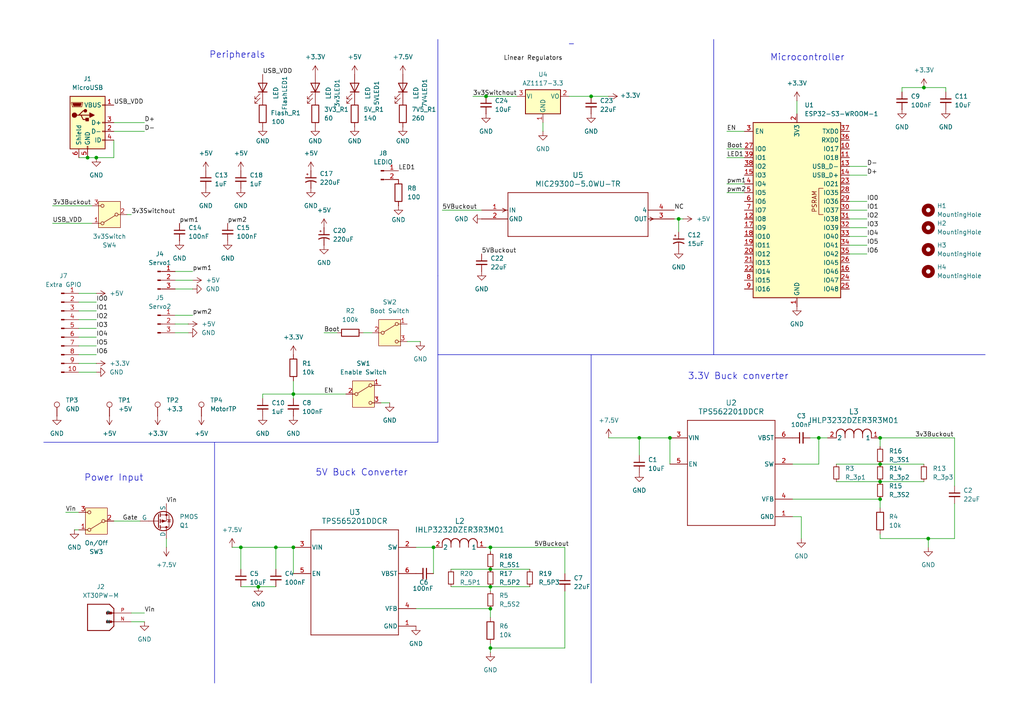
<source format=kicad_sch>
(kicad_sch (version 20231120) (generator "eeschema") (generator_version "8.0")
  (paper "A4")
  (junction (at 140.97 27.94))
  (junction (at 80.01 158.75))
  (junction (at 269.24 156.21))
  (junction (at 142.24 158.75))
  (junction (at 255.27 139.7))
  (junction (at 142.24 176.53))
  (junction (at 237.49 127))
  (junction (at 74.93 170.18))
  (junction (at 142.24 187.96))
  (junction (at 69.85 158.75))
  (junction (at 267.97 25.4))
  (junction (at 194.31 127))
  (junction (at 125.73 158.75))
  (junction (at 85.09 114.3))
  (junction (at 142.24 170.18))
  (junction (at 185.42 127))
  (junction (at 255.27 127))
  (junction (at 25.4 45.72))
  (junction (at 27.94 45.72))
  (junction (at 255.27 144.78))
  (junction (at 142.24 165.1))
  (junction (at 171.45 27.94))
  (junction (at 85.09 158.75))
  (junction (at 196.85 63.5))
  (junction (at 255.27 134.62))
  (wire (pts (xy 142.24 176.53) (xy 142.24 179.07)))
  (polyline (pts (xy 127 80.01) (xy 127 11.43)))
  (wire (pts (xy 130.81 165.1) (xy 142.24 165.1)))
  (wire (pts (xy 76.2 114.3) (xy 85.09 114.3)))
  (wire (pts (xy 19.05 148.59) (xy 22.86 148.59)))
  (polyline (pts (xy 165.1 12.7) (xy 166.37 12.7)))
  (wire (pts (xy 22.86 85.09) (xy 27.94 85.09)))
  (wire (pts (xy 142.24 160.02) (xy 142.24 158.75)))
  (wire (pts (xy 27.94 45.72) (xy 33.02 45.72)))
  (wire (pts (xy 22.86 100.33) (xy 27.94 100.33)))
  (wire (pts (xy 237.49 127) (xy 234.95 127)))
  (wire (pts (xy 231.14 29.21) (xy 231.14 33.02)))
  (wire (pts (xy 142.24 187.96) (xy 142.24 186.69)))
  (wire (pts (xy 246.38 68.58) (xy 251.46 68.58)))
  (polyline (pts (xy 12.7 128.27) (xy 12.7 128.27)))
  (polyline (pts (xy 62.23 128.27) (xy 62.23 198.12)))
  (wire (pts (xy 229.87 149.86) (xy 232.41 149.86)))
  (wire (pts (xy 50.8 93.98) (xy 54.61 93.98)))
  (wire (pts (xy 22.86 45.72) (xy 25.4 45.72)))
  (wire (pts (xy 163.83 171.45) (xy 163.83 187.96)))
  (wire (pts (xy 50.8 78.74) (xy 55.88 78.74)))
  (wire (pts (xy 50.8 83.82) (xy 55.88 83.82)))
  (wire (pts (xy 142.24 158.75) (xy 163.83 158.75)))
  (wire (pts (xy 15.24 64.77) (xy 26.67 64.77)))
  (wire (pts (xy 67.31 158.75) (xy 69.85 158.75)))
  (wire (pts (xy 246.38 60.96) (xy 251.46 60.96)))
  (polyline (pts (xy 207.01 11.43) (xy 207.01 102.87)))
  (wire (pts (xy 255.27 156.21) (xy 255.27 154.94)))
  (wire (pts (xy 15.24 59.69) (xy 26.67 59.69)))
  (polyline (pts (xy 127 102.87) (xy 285.75 102.87)))
  (wire (pts (xy 255.27 156.21) (xy 269.24 156.21)))
  (wire (pts (xy 142.24 170.18) (xy 153.67 170.18)))
  (wire (pts (xy 80.01 158.75) (xy 85.09 158.75)))
  (wire (pts (xy 242.57 139.7) (xy 255.27 139.7)))
  (wire (pts (xy 50.8 81.28) (xy 55.88 81.28)))
  (wire (pts (xy 22.86 87.63) (xy 27.94 87.63)))
  (wire (pts (xy 261.62 25.4) (xy 267.97 25.4)))
  (wire (pts (xy 196.85 67.31) (xy 196.85 63.5)))
  (wire (pts (xy 38.1 177.8) (xy 41.91 177.8)))
  (wire (pts (xy 274.32 26.67) (xy 274.32 25.4)))
  (wire (pts (xy 171.45 27.94) (xy 165.1 27.94)))
  (wire (pts (xy 22.86 92.71) (xy 27.94 92.71)))
  (wire (pts (xy 157.48 35.56) (xy 157.48 38.1)))
  (wire (pts (xy 120.65 158.75) (xy 125.73 158.75)))
  (polyline (pts (xy 127 128.27) (xy 12.7 128.27)))
  (wire (pts (xy 210.82 53.34) (xy 215.9 53.34)))
  (wire (pts (xy 142.24 170.18) (xy 142.24 171.45)))
  (wire (pts (xy 246.38 66.04) (xy 251.46 66.04)))
  (wire (pts (xy 22.86 97.79) (xy 27.94 97.79)))
  (wire (pts (xy 210.82 38.1) (xy 215.9 38.1)))
  (polyline (pts (xy 127 80.01) (xy 127 128.27)))
  (wire (pts (xy 118.11 99.06) (xy 121.92 99.06)))
  (wire (pts (xy 125.73 158.75) (xy 125.73 166.37)))
  (wire (pts (xy 85.09 110.49) (xy 85.09 114.3)))
  (wire (pts (xy 48.26 156.21) (xy 48.26 158.75)))
  (wire (pts (xy 246.38 58.42) (xy 251.46 58.42)))
  (wire (pts (xy 255.27 134.62) (xy 267.97 134.62)))
  (polyline (pts (xy 171.45 102.87) (xy 171.45 198.12)))
  (wire (pts (xy 22.86 95.25) (xy 27.94 95.25)))
  (wire (pts (xy 176.53 127) (xy 185.42 127)))
  (wire (pts (xy 110.49 116.84) (xy 113.03 116.84)))
  (wire (pts (xy 22.86 107.95) (xy 27.94 107.95)))
  (wire (pts (xy 176.53 27.94) (xy 171.45 27.94)))
  (wire (pts (xy 85.09 114.3) (xy 100.33 114.3)))
  (wire (pts (xy 140.97 27.94) (xy 149.86 27.94)))
  (wire (pts (xy 255.27 127) (xy 276.86 127)))
  (wire (pts (xy 194.31 127) (xy 194.31 134.62)))
  (wire (pts (xy 69.85 170.18) (xy 74.93 170.18)))
  (wire (pts (xy 22.86 102.87) (xy 27.94 102.87)))
  (wire (pts (xy 232.41 149.86) (xy 232.41 156.21)))
  (wire (pts (xy 142.24 165.1) (xy 153.67 165.1)))
  (wire (pts (xy 163.83 158.75) (xy 163.83 166.37)))
  (wire (pts (xy 237.49 127) (xy 240.03 127)))
  (wire (pts (xy 50.8 91.44) (xy 55.88 91.44)))
  (wire (pts (xy 38.1 180.34) (xy 41.91 180.34)))
  (wire (pts (xy 276.86 140.97) (xy 276.86 127)))
  (wire (pts (xy 185.42 127) (xy 194.31 127)))
  (wire (pts (xy 210.82 45.72) (xy 215.9 45.72)))
  (wire (pts (xy 255.27 139.7) (xy 267.97 139.7)))
  (wire (pts (xy 261.62 25.4) (xy 261.62 26.67)))
  (wire (pts (xy 74.93 170.18) (xy 80.01 170.18)))
  (wire (pts (xy 229.87 134.62) (xy 237.49 134.62)))
  (wire (pts (xy 137.16 27.94) (xy 140.97 27.94)))
  (wire (pts (xy 33.02 38.1) (xy 41.91 38.1)))
  (wire (pts (xy 130.81 170.18) (xy 142.24 170.18)))
  (wire (pts (xy 85.09 114.3) (xy 85.09 115.57)))
  (wire (pts (xy 142.24 189.23) (xy 142.24 187.96)))
  (wire (pts (xy 276.86 156.21) (xy 276.86 146.05)))
  (wire (pts (xy 246.38 50.8) (xy 251.46 50.8)))
  (wire (pts (xy 33.02 151.13) (xy 40.64 151.13)))
  (wire (pts (xy 269.24 156.21) (xy 276.86 156.21)))
  (wire (pts (xy 210.82 43.18) (xy 215.9 43.18)))
  (wire (pts (xy 120.65 176.53) (xy 142.24 176.53)))
  (wire (pts (xy 85.09 158.75) (xy 85.09 166.37)))
  (wire (pts (xy 246.38 63.5) (xy 251.46 63.5)))
  (wire (pts (xy 22.86 90.17) (xy 27.94 90.17)))
  (wire (pts (xy 229.87 144.78) (xy 255.27 144.78)))
  (wire (pts (xy 255.27 144.78) (xy 255.27 147.32)))
  (wire (pts (xy 80.01 158.75) (xy 80.01 165.1)))
  (wire (pts (xy 196.85 63.5) (xy 195.58 63.5)))
  (wire (pts (xy 269.24 156.21) (xy 269.24 158.75)))
  (wire (pts (xy 22.86 105.41) (xy 27.94 105.41)))
  (wire (pts (xy 185.42 127) (xy 185.42 132.08)))
  (wire (pts (xy 93.98 96.52) (xy 97.79 96.52)))
  (wire (pts (xy 50.8 96.52) (xy 54.61 96.52)))
  (wire (pts (xy 163.83 187.96) (xy 142.24 187.96)))
  (wire (pts (xy 128.27 60.96) (xy 139.7 60.96)))
  (wire (pts (xy 246.38 71.12) (xy 251.46 71.12)))
  (wire (pts (xy 274.32 25.4) (xy 267.97 25.4)))
  (wire (pts (xy 105.41 96.52) (xy 107.95 96.52)))
  (wire (pts (xy 76.2 114.3) (xy 76.2 115.57)))
  (wire (pts (xy 33.02 40.64) (xy 33.02 45.72)))
  (wire (pts (xy 36.83 62.23) (xy 38.1 62.23)))
  (wire (pts (xy 33.02 35.56) (xy 41.91 35.56)))
  (wire (pts (xy 242.57 134.62) (xy 255.27 134.62)))
  (wire (pts (xy 198.12 63.5) (xy 196.85 63.5)))
  (wire (pts (xy 237.49 134.62) (xy 237.49 127)))
  (wire (pts (xy 21.59 153.67) (xy 22.86 153.67)))
  (wire (pts (xy 246.38 48.26) (xy 251.46 48.26)))
  (wire (pts (xy 210.82 55.88) (xy 215.9 55.88)))
  (wire (pts (xy 140.97 158.75) (xy 142.24 158.75)))
  (wire (pts (xy 25.4 45.72) (xy 27.94 45.72)))
  (wire (pts (xy 69.85 165.1) (xy 69.85 158.75)))
  (wire (pts (xy 255.27 127) (xy 255.27 129.54)))
  (wire (pts (xy 69.85 158.75) (xy 80.01 158.75)))
  (wire (pts (xy 246.38 73.66) (xy 251.46 73.66)))
  (text "Power Input" (at 33.02 138.684 0) (effects (font (size 1.905 1.905))))
  (text "Peripherals" (at 68.834 16.002 0) (effects (font (size 1.905 1.905))))
  (text "Microcontroller" (at 234.188 16.764 0) (effects (font (size 1.905 1.905))))
  (text "5V Buck Converter" (at 104.902 137.16 0) (effects (font (size 1.905 1.905))))
  (text "3.3V Buck converter" (at 214.122 109.22 0) (effects (font (size 1.905 1.905))))
  (label "3v3Switchout" (at 137.16 27.94 0))
  (label "3v3Switchout" (at 38.1 62.23 0))
  (label "Vin" (at 41.91 177.8 0))
  (label "IO2" (at 251.46 63.5 0))
  (label "IO2" (at 27.94 92.71 0))
  (label "IO1" (at 251.46 60.96 0))
  (label "EN" (at 210.82 38.1 0))
  (label "USB_VDD" (at 15.24 64.77 0))
  (label "pwm2" (at 66.04 64.77 0))
  (label "pwm2" (at 55.88 91.44 0))
  (label "IO0" (at 27.94 87.63 0))
  (label "3v3Buckout" (at 265.43 127 0))
  (label "IO3" (at 251.46 66.04 0))
  (label "5VBuckout" (at 128.27 60.96 0))
  (label "Linear Regulators" (at 146.05 17.78 0))
  (label "IO3" (at 27.94 95.25 0))
  (label "IO1" (at 27.94 90.17 0))
  (label "Boot" (at 210.82 43.18 0))
  (label "Gate" (at 35.56 151.13 0))
  (label "IO0" (at 251.46 58.42 0))
  (label "LED1" (at 210.82 45.72 0))
  (label "IO4" (at 27.94 97.79 0))
  (label "3v3Buckout" (at 15.24 59.69 0))
  (label "Boot" (at 93.98 96.52 0))
  (label "IO6" (at 27.94 102.87 0))
  (label "Vin" (at 19.05 148.59 0))
  (label "EN" (at 93.98 114.3 0))
  (label "IO4" (at 251.46 68.58 0))
  (label "IO5" (at 251.46 71.12 0))
  (label "LED1" (at 115.57 49.53 0))
  (label "pwm1" (at 210.82 53.34 0))
  (label "D+" (at 251.46 50.8 0))
  (label "D+" (at 41.91 35.56 0))
  (label "D-" (at 41.91 38.1 0))
  (label "USB_VDD" (at 33.02 30.48 0))
  (label "IO6" (at 251.46 73.66 0))
  (label "D-" (at 251.46 48.26 0))
  (label "USB_VDD" (at 76.2 21.59 0))
  (label "Vin" (at 48.26 146.05 0))
  (label "5VBuckout" (at 139.7 73.66 0))
  (label "pwm1" (at 55.88 78.74 0))
  (label "pwm1" (at 52.07 64.77 0))
  (label "NC" (at 195.58 60.96 0))
  (label "IO5" (at 27.94 100.33 0))
  (label "5VBuckout" (at 154.94 158.75 0))
  (label "pwm2" (at 210.82 55.88 0))
  (symbol (lib_id "MIC29300-5.0WU-TR:MIC29300-5.0WU-TR") (at 139.7 60.96 0) (unit 1)
    (property "Reference" "U5" (at 167.64 50.8 0) (effects (font (size 1.524 1.524))))
    (property "Value" "MIC29300-5.0WU-TR" (at 167.64 53.34 0) (effects (font (size 1.524 1.524))))
    (property "Footprint" "Package_TO_SOT_SMD:TO-263-3_TabPin4" (effects (hide yes)))
    (property "Datasheet" "MIC29300-5.0WU-TR" (effects (hide yes)))
  )
  (symbol (lib_id "power:GND") (at 76.2 36.83 0) (unit 1)
    (property "Reference" "#PWR044" (effects (hide yes)))
    (property "Value" "GND" (at 76.2 40.894 0))
    (property "Description" "Power symbol creates a global label with name \"GND\" , ground" (effects (hide yes)))
  )
  (symbol (lib_id "Device:C_Small") (at 171.45 30.48 0) (unit 1)
    (property "Reference" "C23" (at 173.99 29.2162 0) (effects (justify left)))
    (property "Value" "22uF" (at 173.99 31.7562 0) (effects (justify left)))
    (property "Footprint" "Capacitor_SMD:C_0805_2012Metric_Pad1.18x1.45mm_HandSolder" (effects (hide yes)))
    (property "Description" "Unpolarized capacitor, small symbol" (effects (hide yes)))
  )
  (symbol (lib_id "Mechanical:MountingHole") (at 269.24 72.39 0) (unit 1) (exclude_from_sim yes) (in_bom no)
    (property "Reference" "H3" (at 271.78 71.1199 0) (effects (justify left)))
    (property "Value" "MountingHole" (at 271.78 73.6599 0) (effects (justify left)))
    (property "Footprint" "MountingHole:MountingHole_3.2mm_M3" (effects (hide yes)))
    (property "Description" "Mounting Hole without connection" (effects (hide yes)))
  )
  (symbol (lib_id "Device:R") (at 115.57 55.88 0) (unit 1)
    (property "Reference" "R8" (at 118.11 54.6099 0) (effects (justify left)))
    (property "Value" "100" (at 118.11 57.1499 0) (effects (justify left)))
    (property "Footprint" "Resistor_SMD:R_0805_2012Metric_Pad1.20x1.40mm_HandSolder" (effects (hide yes)))
    (property "Description" "Resistor" (effects (hide yes)))
  )
  (symbol (lib_id "Connector:TestPoint") (at 58.42 120.65 0) (unit 1)
    (property "Reference" "TP4" (at 60.96 116.0779 0) (effects (justify left)))
    (property "Value" "MotorTP" (at 60.96 118.6179 0) (effects (justify left)))
    (property "Footprint" "Personal:TP_5014" (effects (hide yes)))
    (property "Description" "test point" (effects (hide yes)))
  )
  (symbol (lib_id "XT30:XT30PW-M") (at 33.02 177.8 0) (unit 1)
    (property "Reference" "J2" (at 29.21 170.18 0))
    (property "Value" "XT30PW-M" (at 29.21 172.72 0))
    (property "Footprint" "Personal:AMASS_XT30PW-M" (effects (hide yes)))
    (property "MF" "AMASS" (effects (hide yes)))
    (property "MAXIMUM_PACKAGE_HEIGHT" "5 mm" (effects (hide yes)))
    (property "Package" "None" (effects (hide yes)))
    (property "Price" "None" (effects (hide yes)))
    (property "Check_prices" "https://www.snapeda.com/parts/XT30PW-M/AMASS/view-part/?ref=eda" (effects (hide yes)))
    (property "STANDARD" "Manufacturer Recommendations" (effects (hide yes)))
    (property "PARTREV" "1.2" (effects (hide yes)))
    (property "SnapEDA_Link" "https://www.snapeda.com/parts/XT30PW-M/AMASS/view-part/?ref=snap" (effects (hide yes)))
    (property "MP" "XT30PW-M" (effects (hide yes)))
    (property "Description_1" "\n                        \n                            Socket; DC supply; XT30; male; PIN: 2; on PCBs; THT; Colour: yellow\n                        \n" (effects (hide yes)))
    (property "MANUFACTURER" "Amass" (effects (hide yes)))
    (property "Availability" "Not in stock" (effects (hide yes)))
    (property "SNAPEDA_PN" "XT30PW-M" (effects (hide yes)))
  )
  (symbol (lib_id "Device:R") (at 102.87 33.02 0) (unit 1)
    (property "Reference" "5V_R1" (at 105.41 31.7499 0) (effects (justify left)))
    (property "Value" "140" (at 105.41 34.2899 0) (effects (justify left)))
    (property "Footprint" "Resistor_SMD:R_0805_2012Metric_Pad1.20x1.40mm_HandSolder" (effects (hide yes)))
    (property "Description" "Resistor" (effects (hide yes)))
  )
  (symbol (lib_id "Device:C_Small") (at 261.62 29.21 0) (unit 1)
    (property "Reference" "C9" (at 264.16 27.9462 0) (effects (justify left)))
    (property "Value" "100nF" (at 264.16 30.4862 0) (effects (justify left)))
    (property "Footprint" "Capacitor_SMD:C_0805_2012Metric_Pad1.18x1.45mm_HandSolder" (effects (hide yes)))
    (property "Description" "Unpolarized capacitor, small symbol" (effects (hide yes)))
  )
  (symbol (lib_id "Mechanical:MountingHole") (at 269.24 60.96 0) (unit 1) (exclude_from_sim yes) (in_bom no)
    (property "Reference" "H1" (at 271.78 59.6899 0) (effects (justify left)))
    (property "Value" "MountingHole" (at 271.78 62.2299 0) (effects (justify left)))
    (property "Footprint" "MountingHole:MountingHole_3.2mm_M3" (effects (hide yes)))
    (property "Description" "Mounting Hole without connection" (effects (hide yes)))
  )
  (symbol (lib_id "power:+3.3V") (at 91.44 21.59 0) (unit 1)
    (property "Reference" "#PWR040" (effects (hide yes)))
    (property "Value" "+3.3V" (at 91.44 16.51 0))
    (property "Description" "Power symbol creates a global label with name \"+3.3V\"" (effects (hide yes)))
  )
  (symbol (lib_id "power:GND") (at 115.57 59.69 0) (unit 1)
    (property "Reference" "#PWR034" (effects (hide yes)))
    (property "Value" "GND" (at 115.57 63.754 0))
    (property "Description" "Power symbol creates a global label with name \"GND\" , ground" (effects (hide yes)))
  )
  (symbol (lib_id "power:GND") (at 27.94 107.95 90) (unit 1)
    (property "Reference" "#PWR031" (effects (hide yes)))
    (property "Value" "GND" (at 31.75 107.9499 90) (effects (justify right)))
    (property "Description" "Power symbol creates a global label with name \"GND\" , ground" (effects (hide yes)))
  )
  (symbol (lib_id "Device:C_Small") (at 80.01 167.64 0) (unit 1)
    (property "Reference" "C4" (at 82.55 166.3762 0) (effects (justify left)))
    (property "Value" "100nF" (at 82.55 168.9162 0) (effects (justify left)))
    (property "Footprint" "Capacitor_SMD:C_0805_2012Metric_Pad1.18x1.45mm_HandSolder" (effects (hide yes)))
    (property "Description" "Unpolarized capacitor, small symbol" (effects (hide yes)))
  )
  (symbol (lib_id "power:GND") (at 274.32 31.75 0) (unit 1)
    (property "Reference" "#PWR022" (effects (hide yes)))
    (property "Value" "GND" (at 274.32 36.83 0))
    (property "Description" "Power symbol creates a global label with name \"GND\" , ground" (effects (hide yes)))
  )
  (symbol (lib_id "power:+5V") (at 93.98 66.04 0) (unit 1)
    (property "Reference" "#PWR060" (effects (hide yes)))
    (property "Value" "+5V" (at 93.98 60.96 0))
    (property "Description" "Power symbol creates a global label with name \"+5V\"" (effects (hide yes)))
  )
  (symbol (lib_id "Device:C_Polarized_Small_US") (at 196.85 69.85 0) (unit 1)
    (property "Reference" "C12" (at 199.39 68.1481 0) (effects (justify left)))
    (property "Value" "15uF" (at 199.39 70.6881 0) (effects (justify left)))
    (property "Footprint" "Capacitor_Tantalum_SMD:CP_EIA-3528-12_Kemet-T_Pad1.50x2.35mm_HandSolder" (effects (hide yes)))
    (property "Description" "Polarized capacitor, small US symbol" (effects (hide yes)))
  )
  (symbol (lib_id "Device:R_Small") (at 153.67 167.64 0) (unit 1)
    (property "Reference" "R19" (at 156.21 166.3699 0) (effects (justify left)))
    (property "Value" "R_5P3" (at 156.21 168.9099 0) (effects (justify left)))
    (property "Footprint" "Resistor_SMD:R_0805_2012Metric_Pad1.20x1.40mm_HandSolder" (effects (hide yes)))
    (property "Description" "Resistor, small symbol" (effects (hide yes)))
  )
  (symbol (lib_id "Device:R_Small") (at 142.24 162.56 0) (unit 1)
    (property "Reference" "R18" (at 144.78 161.2899 0) (effects (justify left)))
    (property "Value" "R_5S1" (at 144.78 163.8299 0) (effects (justify left)))
    (property "Footprint" "Resistor_SMD:R_0805_2012Metric_Pad1.20x1.40mm_HandSolder" (effects (hide yes)))
    (property "Description" "Resistor, small symbol" (effects (hide yes)))
  )
  (symbol (lib_id "power:GND") (at 52.07 69.85 0) (unit 1)
    (property "Reference" "#PWR049" (effects (hide yes)))
    (property "Value" "GND" (at 52.07 74.93 0))
    (property "Description" "Power symbol creates a global label with name \"GND\" , ground" (effects (hide yes)))
  )
  (symbol (lib_id "power:GND") (at 116.84 36.83 0) (unit 1)
    (property "Reference" "#PWR039" (effects (hide yes)))
    (property "Value" "GND" (at 116.84 40.894 0))
    (property "Description" "Power symbol creates a global label with name \"GND\" , ground" (effects (hide yes)))
  )
  (symbol (lib_id "Switch:SW_SPDT") (at 31.75 62.23 180) (unit 1)
    (property "Reference" "SW4" (at 31.75 71.12 0))
    (property "Value" "3v3Switch" (at 31.75 68.58 0))
    (property "Footprint" "Connector_Molex:Molex_KK-254_AE-6410-03A_1x03_P2.54mm_Vertical" (effects (hide yes)))
    (property "Description" "Switch, single pole double throw" (effects (hide yes)))
  )
  (symbol (lib_id "power:GND") (at 55.88 83.82 90) (unit 1)
    (property "Reference" "#PWR025" (effects (hide yes)))
    (property "Value" "GND" (at 59.69 83.8199 90) (effects (justify right)))
    (property "Description" "Power symbol creates a global label with name \"GND\" , ground" (effects (hide yes)))
  )
  (symbol (lib_id "power:GND") (at 21.59 153.67 0) (unit 1)
    (property "Reference" "#PWR035" (effects (hide yes)))
    (property "Value" "GND" (at 21.59 158.75 0))
    (property "Description" "Power symbol creates a global label with name \"GND\" , ground" (effects (hide yes)))
  )
  (symbol (lib_id "Simulation_SPICE:PMOS") (at 45.72 151.13 0) (mirror x) (unit 1)
    (property "Reference" "Q1" (at 52.07 152.4001 0) (effects (justify left)))
    (property "Value" "PMOS" (at 52.07 149.8601 0) (effects (justify left)))
    (property "Footprint" "Package_TO_SOT_THT:TO-220-3_Vertical" (effects (hide yes)))
    (property "Datasheet" "https://ngspice.sourceforge.io/docs/ngspice-html-manual/manual.xhtml#cha_MOSFETs" (effects (hide yes)))
    (property "Description" "P-MOSFET transistor, drain/source/gate" (effects (hide yes)))
    (property "Sim.Device" "PMOS" (effects (hide yes)))
    (property "Sim.Type" "VDMOS" (effects (hide yes)))
    (property "Sim.Pins" "1=D 2=G 3=S" (effects (hide yes)))
  )
  (symbol (lib_id "Switch:SW_SPDT") (at 27.94 151.13 180) (unit 1)
    (property "Reference" "SW3" (at 27.94 160.02 0))
    (property "Value" "On/Off" (at 27.94 157.48 0))
    (property "Footprint" "Connector_Molex:Molex_KK-254_AE-6410-03A_1x03_P2.54mm_Vertical" (effects (hide yes)))
    (property "Description" "Switch, single pole double throw" (effects (hide yes)))
  )
  (symbol (lib_id "power:+5V") (at 102.87 21.59 0) (unit 1)
    (property "Reference" "#PWR041" (effects (hide yes)))
    (property "Value" "+5V" (at 102.87 16.51 0))
    (property "Description" "Power symbol creates a global label with name \"+5V\"" (effects (hide yes)))
  )
  (symbol (lib_id "Device:C_Polarized_Small_US") (at 90.17 52.07 0) (unit 1)
    (property "Reference" "C17" (at 92.71 50.3681 0) (effects (justify left)))
    (property "Value" "220uF" (at 92.71 52.9081 0) (effects (justify left)))
    (property "Footprint" "Capacitor_THT:CP_Radial_D8.0mm_P5.00mm" (effects (hide yes)))
    (property "Description" "Polarized capacitor, small US symbol" (effects (hide yes)))
  )
  (symbol (lib_id "Connector:Conn_01x02_Pin") (at 110.49 49.53 0) (unit 1)
    (property "Reference" "J8" (at 111.125 44.45 0))
    (property "Value" "LEDIO" (at 111.125 46.99 0))
    (property "Footprint" "Connector_Molex:Molex_KK-254_AE-6410-02A_1x02_P2.54mm_Vertical" (effects (hide yes)))
    (property "Description" "Generic connector, single row, 01x02, script generated" (effects (hide yes)))
  )
  (symbol (lib_id "power:GND") (at 261.62 31.75 0) (unit 1)
    (property "Reference" "#PWR017" (effects (hide yes)))
    (property "Value" "GND" (at 261.62 36.83 0))
    (property "Description" "Power symbol creates a global label with name \"GND\" , ground" (effects (hide yes)))
  )
  (symbol (lib_id "IHLP3232DZER3R3M01:IHLP3232DZER3R3M01") (at 240.03 127 0) (unit 1)
    (property "Reference" "L3" (at 247.65 119.38 0) (effects (font (size 1.524 1.524))))
    (property "Value" "IHLP3232DZER3R3M01" (at 247.65 121.92 0) (effects (font (size 1.524 1.524))))
    (property "Footprint" "Personal:IND_IHLP-3232DZ_VIS" (effects (hide yes)))
    (property "Datasheet" "IHLP3232DZER3R3M01" (effects (hide yes)))
  )
  (symbol (lib_id "power:GND") (at 142.24 189.23 0) (unit 1)
    (property "Reference" "#PWR011" (effects (hide yes)))
    (property "Value" "GND" (at 142.24 194.31 0))
    (property "Description" "Power symbol creates a global label with name \"GND\" , ground" (effects (hide yes)))
  )
  (symbol (lib_id "power:+3.3V") (at 85.09 102.87 0) (unit 1)
    (property "Reference" "#PWR015" (effects (hide yes)))
    (property "Value" "+3.3V" (at 85.09 97.79 0))
    (property "Description" "Power symbol creates a global label with name \"+3.3V\"" (effects (hide yes)))
  )
  (symbol (lib_id "Device:C_Small") (at 69.85 167.64 0) (unit 1)
    (property "Reference" "C5" (at 72.39 166.3762 0) (effects (justify left)))
    (property "Value" "10uF" (at 72.39 168.9162 0) (effects (justify left)))
    (property "Footprint" "Capacitor_SMD:C_0805_2012Metric_Pad1.18x1.45mm_HandSolder" (effects (hide yes)))
    (property "Description" "Unpolarized capacitor, small symbol" (effects (hide yes)))
  )
  (symbol (lib_id "power:+5V") (at 198.12 63.5 270) (unit 1)
    (property "Reference" "#PWR013" (effects (hide yes)))
    (property "Value" "+5V" (at 201.93 63.4999 90) (effects (justify left)))
    (property "Description" "Power symbol creates a global label with name \"+5V\"" (effects (hide yes)))
  )
  (symbol (lib_id "power:+3.3V") (at 176.53 27.94 270) (unit 1)
    (property "Reference" "#PWR050" (effects (hide yes)))
    (property "Value" "+3.3V" (at 179.832 27.686 90) (effects (justify left)))
    (property "Description" "Power symbol creates a global label with name \"+3.3V\"" (effects (hide yes)))
  )
  (symbol (lib_id "Device:R_Small") (at 255.27 142.24 0) (unit 1)
    (property "Reference" "R15" (at 257.81 140.9699 0) (effects (justify left)))
    (property "Value" "R_3S2" (at 257.81 143.5099 0) (effects (justify left)))
    (property "Footprint" "Resistor_SMD:R_0805_2012Metric_Pad1.20x1.40mm_HandSolder" (effects (hide yes)))
    (property "Description" "Resistor, small symbol" (effects (hide yes)))
  )
  (symbol (lib_id "power:GND") (at 69.85 54.61 0) (unit 1)
    (property "Reference" "#PWR057" (effects (hide yes)))
    (property "Value" "GND" (at 69.85 59.69 0))
    (property "Description" "Power symbol creates a global label with name \"GND\" , ground" (effects (hide yes)))
  )
  (symbol (lib_id "power:GND") (at 27.94 45.72 0) (unit 1)
    (property "Reference" "#PWR014" (effects (hide yes)))
    (property "Value" "GND" (at 27.94 50.8 0))
    (property "Description" "Power symbol creates a global label with name \"GND\" , ground" (effects (hide yes)))
  )
  (symbol (lib_id "Device:C_Small") (at 123.19 166.37 270) (unit 1)
    (property "Reference" "C6" (at 122.936 168.91 90))
    (property "Value" "100nF" (at 122.682 170.688 90))
    (property "Footprint" "Capacitor_SMD:C_0805_2012Metric_Pad1.18x1.45mm_HandSolder" (effects (hide yes)))
    (property "Description" "Unpolarized capacitor, small symbol" (effects (hide yes)))
  )
  (symbol (lib_id "power:GND") (at 269.24 158.75 0) (unit 1)
    (property "Reference" "#PWR07" (effects (hide yes)))
    (property "Value" "GND" (at 269.24 163.83 0))
    (property "Description" "Power symbol creates a global label with name \"GND\" , ground" (effects (hide yes)))
  )
  (symbol (lib_id "Device:C_Small") (at 274.32 29.21 0) (unit 1)
    (property "Reference" "C11" (at 276.86 27.9462 0) (effects (justify left)))
    (property "Value" "10uF" (at 276.86 30.4862 0) (effects (justify left)))
    (property "Footprint" "Capacitor_SMD:C_0805_2012Metric_Pad1.18x1.45mm_HandSolder" (effects (hide yes)))
    (property "Description" "Unpolarized capacitor, small symbol" (effects (hide yes)))
  )
  (symbol (lib_id "Connector:TestPoint") (at 31.75 120.65 0) (unit 1)
    (property "Reference" "TP1" (at 34.29 116.0779 0) (effects (justify left)))
    (property "Value" "+5V" (at 34.29 118.6179 0) (effects (justify left)))
    (property "Footprint" "Personal:TP_5014" (effects (hide yes)))
    (property "Description" "test point" (effects (hide yes)))
  )
  (symbol (lib_id "power:+5V") (at 59.69 49.53 0) (unit 1)
    (property "Reference" "#PWR043" (effects (hide yes)))
    (property "Value" "+5V" (at 59.69 44.45 0))
    (property "Description" "Power symbol creates a global label with name \"+5V\"" (effects (hide yes)))
  )
  (symbol (lib_id "Mechanical:MountingHole") (at 269.24 66.04 0) (unit 1) (exclude_from_sim yes) (in_bom no)
    (property "Reference" "H2" (at 271.78 64.7699 0) (effects (justify left)))
    (property "Value" "MountingHole" (at 271.78 67.3099 0) (effects (justify left)))
    (property "Footprint" "MountingHole:MountingHole_3.2mm_M3" (effects (hide yes)))
    (property "Description" "Mounting Hole without connection" (effects (hide yes)))
  )
  (symbol (lib_id "power:+3.3V") (at 231.14 29.21 0) (unit 1)
    (property "Reference" "#PWR01" (effects (hide yes)))
    (property "Value" "+3.3V" (at 231.14 24.13 0))
    (property "Description" "Power symbol creates a global label with name \"+3.3V\"" (effects (hide yes)))
  )
  (symbol (lib_id "power:GND") (at 113.03 116.84 0) (unit 1)
    (property "Reference" "#PWR020" (effects (hide yes)))
    (property "Value" "GND" (at 113.03 121.92 0))
    (property "Description" "Power symbol creates a global label with name \"GND\" , ground" (effects (hide yes)))
  )
  (symbol (lib_id "Switch:SW_SPDT") (at 105.41 114.3 0) (unit 1)
    (property "Reference" "SW1" (at 105.41 105.41 0))
    (property "Value" "Enable Switch" (at 105.41 107.95 0))
    (property "Footprint" "Connector_Molex:Molex_KK-254_AE-6410-03A_1x03_P2.54mm_Vertical" (effects (hide yes)))
    (property "Description" "Switch, single pole double throw" (effects (hide yes)))
  )
  (symbol (lib_id "5V Buck IC:TPS565201DDCR") (at 102.87 168.91 0) (unit 1)
    (property "Reference" "U3" (at 102.87 148.59 0) (effects (font (size 1.524 1.524))))
    (property "Value" "TPS565201DDCR" (at 102.87 151.13 0) (effects (font (size 1.524 1.524))))
    (property "Footprint" "Package_TO_SOT_SMD:SOT-23-6" (effects (hide yes)))
    (property "Datasheet" "TPS565201DDCR" (effects (hide yes)))
  )
  (symbol (lib_id "Device:R") (at 255.27 151.13 0) (unit 1)
    (property "Reference" "R4" (at 257.81 149.8599 0) (effects (justify left)))
    (property "Value" "10k" (at 257.81 152.3999 0) (effects (justify left)))
    (property "Footprint" "Resistor_SMD:R_0805_2012Metric_Pad1.20x1.40mm_HandSolder" (effects (hide yes)))
    (property "Description" "Resistor" (effects (hide yes)))
  )
  (symbol (lib_id "power:GND") (at 121.92 99.06 0) (unit 1)
    (property "Reference" "#PWR023" (effects (hide yes)))
    (property "Value" "GND" (at 121.92 104.14 0))
    (property "Description" "Power symbol creates a global label with name \"GND\" , ground" (effects (hide yes)))
  )
  (symbol (lib_id "power:GND") (at 66.04 69.85 0) (unit 1)
    (property "Reference" "#PWR048" (effects (hide yes)))
    (property "Value" "GND" (at 66.04 74.93 0))
    (property "Description" "Power symbol creates a global label with name \"GND\" , ground" (effects (hide yes)))
  )
  (symbol (lib_id "power:+5V") (at 55.88 81.28 270) (unit 1)
    (property "Reference" "#PWR027" (effects (hide yes)))
    (property "Value" "+5V" (at 59.69 81.2799 90) (effects (justify left)))
    (property "Description" "Power symbol creates a global label with name \"+5V\"" (effects (hide yes)))
  )
  (symbol (lib_id "power:+3.3V") (at 45.72 120.65 180) (unit 1)
    (property "Reference" "#PWR053" (effects (hide yes)))
    (property "Value" "+3.3V" (at 45.72 125.73 0))
    (property "Description" "Power symbol creates a global label with name \"+3.3V\"" (effects (hide yes)))
  )
  (symbol (lib_id "Device:LED") (at 116.84 25.4 270) (mirror x) (unit 1)
    (property "Reference" "7V4LED1" (at 123.19 26.9875 0))
    (property "Value" "LED" (at 120.65 26.9875 0))
    (property "Footprint" "LED_SMD:Gullwing_LED" (effects (hide yes)))
    (property "Description" "Light emitting diode" (effects (hide yes)))
  )
  (symbol (lib_id "Device:C_Small") (at 69.85 52.07 0) (unit 1)
    (property "Reference" "C18" (at 72.39 50.8062 0) (effects (justify left)))
    (property "Value" "1uF" (at 72.39 53.3462 0) (effects (justify left)))
    (property "Footprint" "Capacitor_SMD:C_0805_2012Metric_Pad1.18x1.45mm_HandSolder" (effects (hide yes)))
    (property "Description" "Unpolarized capacitor, small symbol" (effects (hide yes)))
  )
  (symbol (lib_id "Personal:TPS562201DDCR") (at 212.09 137.16 0) (unit 1)
    (property "Reference" "U2" (at 212.09 116.84 0) (effects (font (size 1.524 1.524))))
    (property "Value" "TPS562201DDCR" (at 212.09 119.38 0) (effects (font (size 1.524 1.524))))
    (property "Footprint" "Package_TO_SOT_SMD:SOT-23-6" (effects (hide yes)))
    (property "Datasheet" "TPS562201DDCR" (effects (hide yes)))
  )
  (symbol (lib_id "power:+7.5V") (at 116.84 21.59 0) (unit 1)
    (property "Reference" "#PWR042" (effects (hide yes)))
    (property "Value" "+7.5V" (at 116.84 16.51 0))
    (property "Description" "Power symbol creates a global label with name \"+7.5V\"" (effects (hide yes)))
  )
  (symbol (lib_id "power:+3.3V") (at 27.94 105.41 270) (unit 1)
    (property "Reference" "#PWR033" (effects (hide yes)))
    (property "Value" "+3.3V" (at 31.75 105.4099 90) (effects (justify left)))
    (property "Description" "Power symbol creates a global label with name \"+3.3V\"" (effects (hide yes)))
  )
  (symbol (lib_id "power:GND") (at 90.17 54.61 0) (unit 1)
    (property "Reference" "#PWR045" (effects (hide yes)))
    (property "Value" "GND" (at 90.17 59.69 0))
    (property "Description" "Power symbol creates a global label with name \"GND\" , ground" (effects (hide yes)))
  )
  (symbol (lib_id "power:GND") (at 157.48 38.1 0) (unit 1)
    (property "Reference" "#PWR05" (effects (hide yes)))
    (property "Value" "GND" (at 157.48 43.18 0))
    (property "Description" "Power symbol creates a global label with name \"GND\" , ground" (effects (hide yes)))
  )
  (symbol (lib_id "Device:C_Small") (at 185.42 134.62 0) (unit 1)
    (property "Reference" "C1" (at 187.96 133.3562 0) (effects (justify left)))
    (property "Value" "10uF" (at 187.96 135.8962 0) (effects (justify left)))
    (property "Footprint" "Capacitor_SMD:C_0805_2012Metric_Pad1.18x1.45mm_HandSolder" (effects (hide yes)))
    (property "Description" "Unpolarized capacitor, small symbol" (effects (hide yes)))
  )
  (symbol (lib_id "Device:R_Small") (at 142.24 173.99 0) (unit 1)
    (property "Reference" "R5" (at 144.78 172.7199 0) (effects (justify left)))
    (property "Value" "R_5S2" (at 144.78 175.2599 0) (effects (justify left)))
    (property "Footprint" "Resistor_SMD:R_0805_2012Metric_Pad1.20x1.40mm_HandSolder" (effects (hide yes)))
    (property "Description" "Resistor, small symbol" (effects (hide yes)))
  )
  (symbol (lib_id "Connector:Conn_01x03_Pin") (at 45.72 93.98 0) (unit 1)
    (property "Reference" "J5" (at 46.355 86.36 0))
    (property "Value" "Servo2" (at 46.355 88.9 0))
    (property "Footprint" "Connector_Molex:Molex_KK-254_AE-6410-03A_1x03_P2.54mm_Vertical" (effects (hide yes)))
    (property "Description" "Generic connector, single row, 01x03, script generated" (effects (hide yes)))
  )
  (symbol (lib_id "Mechanical:MountingHole") (at 269.24 78.74 0) (unit 1) (exclude_from_sim yes) (in_bom no)
    (property "Reference" "H4" (at 271.78 77.4699 0) (effects (justify left)))
    (property "Value" "MountingHole" (at 271.78 80.0099 0) (effects (justify left)))
    (property "Footprint" "MountingHole:MountingHole_3.2mm_M3" (effects (hide yes)))
    (property "Description" "Mounting Hole without connection" (effects (hide yes)))
  )
  (symbol (lib_id "Device:R_Small") (at 142.24 167.64 0) (unit 1)
    (property "Reference" "R17" (at 144.78 166.3699 0) (effects (justify left)))
    (property "Value" "R_5P2" (at 144.78 168.9099 0) (effects (justify left)))
    (property "Footprint" "Resistor_SMD:R_0805_2012Metric_Pad1.20x1.40mm_HandSolder" (effects (hide yes)))
    (property "Description" "Resistor, small symbol" (effects (hide yes)))
  )
  (symbol (lib_id "Device:R_Small") (at 130.81 167.64 0) (unit 1)
    (property "Reference" "R20" (at 133.35 166.3699 0) (effects (justify left)))
    (property "Value" "R_5P1" (at 133.35 168.9099 0) (effects (justify left)))
    (property "Footprint" "Resistor_SMD:R_0805_2012Metric_Pad1.20x1.40mm_HandSolder" (effects (hide yes)))
    (property "Description" "Resistor, small symbol" (effects (hide yes)))
  )
  (symbol (lib_id "Connector:Conn_01x03_Pin") (at 45.72 81.28 0) (unit 1)
    (property "Reference" "J4" (at 46.355 73.66 0))
    (property "Value" "Servo1" (at 46.355 76.2 0))
    (property "Footprint" "Connector_Molex:Molex_KK-254_AE-6410-03A_1x03_P2.54mm_Vertical" (effects (hide yes)))
    (property "Description" "Generic connector, single row, 01x03, script generated" (effects (hide yes)))
  )
  (symbol (lib_id "power:GND") (at 120.65 181.61 0) (unit 1)
    (property "Reference" "#PWR010" (effects (hide yes)))
    (property "Value" "GND" (at 120.65 186.69 0))
    (property "Description" "Power symbol creates a global label with name \"GND\" , ground" (effects (hide yes)))
  )
  (symbol (lib_id "power:GND") (at 41.91 180.34 0) (unit 1)
    (property "Reference" "#PWR018" (effects (hide yes)))
    (property "Value" "GND" (at 41.91 185.42 0))
    (property "Description" "Power symbol creates a global label with name \"GND\" , ground" (effects (hide yes)))
  )
  (symbol (lib_id "power:GND") (at 76.2 120.65 0) (unit 1)
    (property "Reference" "#PWR021" (effects (hide yes)))
    (property "Value" "GND" (at 76.2 125.73 0))
    (property "Description" "Power symbol creates a global label with name \"GND\" , ground" (effects (hide yes)))
  )
  (symbol (lib_id "power:GND") (at 74.93 170.18 0) (unit 1)
    (property "Reference" "#PWR08" (effects (hide yes)))
    (property "Value" "GND" (at 74.93 175.26 0))
    (property "Description" "Power symbol creates a global label with name \"GND\" , ground" (effects (hide yes)))
  )
  (symbol (lib_id "power:+5V") (at 27.94 85.09 270) (unit 1)
    (property "Reference" "#PWR032" (effects (hide yes)))
    (property "Value" "+5V" (at 31.75 85.0899 90) (effects (justify left)))
    (property "Description" "Power symbol creates a global label with name \"+5V\"" (effects (hide yes)))
  )
  (symbol (lib_id "Device:C_Small") (at 276.86 143.51 0) (unit 1)
    (property "Reference" "C2" (at 279.4 142.2462 0) (effects (justify left)))
    (property "Value" "22uF" (at 279.4 144.7862 0) (effects (justify left)))
    (property "Footprint" "Capacitor_SMD:C_0805_2012Metric_Pad1.18x1.45mm_HandSolder" (effects (hide yes)))
    (property "Description" "Unpolarized capacitor, small symbol" (effects (hide yes)))
  )
  (symbol (lib_id "power:GND") (at 139.7 63.5 270) (unit 1)
    (property "Reference" "#PWR012" (effects (hide yes)))
    (property "Value" "GND" (at 135.89 63.4999 90) (effects (justify right)))
    (property "Description" "Power symbol creates a global label with name \"GND\" , ground" (effects (hide yes)))
  )
  (symbol (lib_id "Device:C_Small") (at 163.83 168.91 0) (unit 1)
    (property "Reference" "C7" (at 166.37 167.6462 0) (effects (justify left)))
    (property "Value" "22uF" (at 166.37 170.1862 0) (effects (justify left)))
    (property "Footprint" "Capacitor_SMD:C_0805_2012Metric_Pad1.18x1.45mm_HandSolder" (effects (hide yes)))
    (property "Description" "Unpolarized capacitor, small symbol" (effects (hide yes)))
  )
  (symbol (lib_id "Connector:TestPoint") (at 16.51 120.65 0) (unit 1)
    (property "Reference" "TP3" (at 19.05 116.0779 0) (effects (justify left)))
    (property "Value" "GND" (at 19.05 118.6179 0) (effects (justify left)))
    (property "Footprint" "Personal:TP_5014" (effects (hide yes)))
    (property "Description" "test point" (effects (hide yes)))
  )
  (symbol (lib_id "Device:LED") (at 76.2 25.4 270) (mirror x) (unit 1)
    (property "Reference" "FlashLED1" (at 82.55 26.9875 0))
    (property "Value" "LED" (at 80.01 26.9875 0))
    (property "Footprint" "LED_SMD:Gullwing_LED" (effects (hide yes)))
    (property "Description" "Light emitting diode" (effects (hide yes)))
  )
  (symbol (lib_id "power:+5V") (at 31.75 120.65 180) (unit 1)
    (property "Reference" "#PWR052" (effects (hide yes)))
    (property "Value" "+5V" (at 31.75 125.73 0))
    (property "Description" "Power symbol creates a global label with name \"+5V\"" (effects (hide yes)))
  )
  (symbol (lib_id "power:GND") (at 59.69 54.61 0) (unit 1)
    (property "Reference" "#PWR047" (effects (hide yes)))
    (property "Value" "GND" (at 59.69 59.69 0))
    (property "Description" "Power symbol creates a global label with name \"GND\" , ground" (effects (hide yes)))
  )
  (symbol (lib_id "Device:R_Small") (at 255.27 132.08 0) (unit 1)
    (property "Reference" "R16" (at 257.81 130.8099 0) (effects (justify left)))
    (property "Value" "R_3S1" (at 257.81 133.3499 0) (effects (justify left)))
    (property "Footprint" "Resistor_SMD:R_0805_2012Metric_Pad1.20x1.40mm_HandSolder" (effects (hide yes)))
    (property "Description" "Resistor, small symbol" (effects (hide yes)))
  )
  (symbol (lib_id "Device:C_Small") (at 52.07 67.31 0) (unit 1)
    (property "Reference" "C14" (at 54.61 66.0462 0) (effects (justify left)))
    (property "Value" "100nF" (at 54.61 68.5862 0) (effects (justify left)))
    (property "Footprint" "Capacitor_SMD:C_0805_2012Metric_Pad1.18x1.45mm_HandSolder" (effects (hide yes)))
    (property "Description" "Unpolarized capacitor, small symbol" (effects (hide yes)))
  )
  (symbol (lib_id "Device:C_Small") (at 66.04 67.31 0) (unit 1)
    (property "Reference" "C15" (at 68.58 66.0462 0) (effects (justify left)))
    (property "Value" "100nF" (at 68.58 68.5862 0) (effects (justify left)))
    (property "Footprint" "Capacitor_SMD:C_0805_2012Metric_Pad1.18x1.45mm_HandSolder" (effects (hide yes)))
    (property "Description" "Unpolarized capacitor, small symbol" (effects (hide yes)))
  )
  (symbol (lib_id "power:GND") (at 16.51 120.65 0) (unit 1)
    (property "Reference" "#PWR051" (effects (hide yes)))
    (property "Value" "GND" (at 16.51 125.73 0))
    (property "Description" "Power symbol creates a global label with name \"GND\" , ground" (effects (hide yes)))
  )
  (symbol (lib_id "Device:C_Small") (at 76.2 118.11 0) (unit 1)
    (property "Reference" "C10" (at 78.74 116.8462 0) (effects (justify left)))
    (property "Value" "1uF" (at 78.74 119.3862 0) (effects (justify left)))
    (property "Footprint" "Capacitor_SMD:C_0805_2012Metric_Pad1.18x1.45mm_HandSolder" (effects (hide yes)))
    (property "Description" "Unpolarized capacitor, small symbol" (effects (hide yes)))
  )
  (symbol (lib_id "power:GND") (at 196.85 72.39 0) (unit 1)
    (property "Reference" "#PWR055" (effects (hide yes)))
    (property "Value" "GND" (at 196.85 77.47 0))
    (property "Description" "Power symbol creates a global label with name \"GND\" , ground" (effects (hide yes)))
  )
  (symbol (lib_id "power:+3.3V") (at 267.97 25.4 0) (unit 1)
    (property "Reference" "#PWR036" (effects (hide yes)))
    (property "Value" "+3.3V" (at 267.97 20.32 0))
    (property "Description" "Power symbol creates a global label with name \"+3.3V\"" (effects (hide yes)))
  )
  (symbol (lib_id "Device:R_Small") (at 242.57 137.16 0) (unit 1)
    (property "Reference" "R3" (at 245.11 135.8899 0) (effects (justify left)))
    (property "Value" "R_3p1" (at 245.11 138.4299 0) (effects (justify left)))
    (property "Footprint" "Resistor_SMD:R_0805_2012Metric_Pad1.20x1.40mm_HandSolder" (effects (hide yes)))
    (property "Description" "Resistor, small symbol" (effects (hide yes)))
  )
  (symbol (lib_id "power:GND") (at 54.61 96.52 90) (unit 1)
    (property "Reference" "#PWR026" (effects (hide yes)))
    (property "Value" "GND" (at 58.42 96.5199 90) (effects (justify right)))
    (property "Description" "Power symbol creates a global label with name \"GND\" , ground" (effects (hide yes)))
  )
  (symbol (lib_id "Device:LED") (at 91.44 25.4 270) (mirror x) (unit 1)
    (property "Reference" "3v3LED1" (at 97.79 26.9875 0))
    (property "Value" "LED" (at 95.25 26.9875 0))
    (property "Footprint" "LED_SMD:Gullwing_LED" (effects (hide yes)))
    (property "Description" "Light emitting diode" (effects (hide yes)))
  )
  (symbol (lib_id "Device:R") (at 101.6 96.52 270) (unit 1)
    (property "Reference" "R2" (at 101.6 90.17 90))
    (property "Value" "100k" (at 101.6 92.71 90))
    (property "Footprint" "Resistor_SMD:R_0805_2012Metric_Pad1.20x1.40mm_HandSolder" (effects (hide yes)))
    (property "Description" "Resistor" (effects (hide yes)))
  )
  (symbol (lib_id "Device:C_Small") (at 232.41 127 90) (unit 1)
    (property "Reference" "C3" (at 232.4163 120.65 90))
    (property "Value" "100nF" (at 232.4163 123.19 90))
    (property "Footprint" "Capacitor_SMD:C_0805_2012Metric_Pad1.18x1.45mm_HandSolder" (effects (hide yes)))
    (property "Description" "Unpolarized capacitor, small symbol" (effects (hide yes)))
  )
  (symbol (lib_id "power:+5V") (at 58.42 120.65 180) (unit 1)
    (property "Reference" "#PWR054" (effects (hide yes)))
    (property "Value" "+5V" (at 58.42 125.73 0))
    (property "Description" "Power symbol creates a global label with name \"+5V\"" (effects (hide yes)))
  )
  (symbol (lib_id "RF_Module:ESP32-S3-WROOM-1") (at 231.14 60.96 0) (unit 1)
    (property "Reference" "U1" (at 233.3341 30.48 0) (effects (justify left)))
    (property "Value" "ESP32-S3-WROOM-1" (at 233.3341 33.02 0) (effects (justify left)))
    (property "Footprint" "RF_Module:ESP32-S3-WROOM-1" (effects (hide yes)))
    (property "Datasheet" "https://www.espressif.com/sites/default/files/documentation/esp32-s3-wroom-1_wroom-1u_datasheet_en.pdf" (effects (hide yes)))
    (property "Description" "RF Module, ESP32-S3 SoC, Wi-Fi 802.11b/g/n, Bluetooth, BLE, 32-bit, 3.3V, onboard antenna, SMD" (effects (hide yes)))
  )
  (symbol (lib_id "Connector:USB_B_Micro") (at 25.4 35.56 0) (unit 1)
    (property "Reference" "J1" (at 25.4 22.86 0))
    (property "Value" "MicroUSB" (at 25.4 25.4 0))
    (property "Footprint" "Connector_USB:USB_Micro-B_Amphenol_10118194-0001LF_Horizontal" (effects (hide yes)))
    (property "Description" "USB Micro Type B connector" (effects (hide yes)))
  )
  (symbol (lib_id "Device:R_Small") (at 255.27 137.16 0) (unit 1)
    (property "Reference" "R14" (at 257.81 135.8899 0) (effects (justify left)))
    (property "Value" "R_3p2" (at 257.81 138.4299 0) (effects (justify left)))
    (property "Footprint" "Resistor_SMD:R_0805_2012Metric_Pad1.20x1.40mm_HandSolder" (effects (hide yes)))
    (property "Description" "Resistor, small symbol" (effects (hide yes)))
  )
  (symbol (lib_id "Device:LED") (at 102.87 25.4 270) (mirror x) (unit 1)
    (property "Reference" "5VLED1" (at 109.22 26.9875 0))
    (property "Value" "LED" (at 106.68 26.9875 0))
    (property "Footprint" "LED_SMD:Gullwing_LED" (effects (hide yes)))
    (property "Description" "Light emitting diode" (effects (hide yes)))
  )
  (symbol (lib_id "power:GND") (at 231.14 88.9 0) (unit 1)
    (property "Reference" "#PWR02" (effects (hide yes)))
    (property "Value" "GND" (at 231.14 93.98 0))
    (property "Description" "Power symbol creates a global label with name \"GND\" , ground" (effects (hide yes)))
  )
  (symbol (lib_id "Device:C_Small") (at 85.09 118.11 0) (unit 1)
    (property "Reference" "C8" (at 87.63 116.8462 0) (effects (justify left)))
    (property "Value" "100nF" (at 87.63 119.3862 0) (effects (justify left)))
    (property "Footprint" "Capacitor_SMD:C_0805_2012Metric_Pad1.18x1.45mm_HandSolder" (effects (hide yes)))
    (property "Description" "Unpolarized capacitor, small symbol" (effects (hide yes)))
  )
  (symbol (lib_id "Device:R_Small") (at 267.97 137.16 0) (unit 1)
    (property "Reference" "R13" (at 270.51 135.8899 0) (effects (justify left)))
    (property "Value" "R_3p3" (at 270.51 138.4299 0) (effects (justify left)))
    (property "Footprint" "Resistor_SMD:R_0805_2012Metric_Pad1.20x1.40mm_HandSolder" (effects (hide yes)))
    (property "Description" "Resistor, small symbol" (effects (hide yes)))
  )
  (symbol (lib_id "Device:C_Small") (at 140.97 30.48 0) (unit 1)
    (property "Reference" "C24" (at 143.51 29.2162 0) (effects (justify left)))
    (property "Value" "10uF" (at 143.51 31.7562 0) (effects (justify left)))
    (property "Footprint" "Capacitor_SMD:C_0805_2012Metric_Pad1.18x1.45mm_HandSolder" (effects (hide yes)))
    (property "Description" "Unpolarized capacitor, small symbol" (effects (hide yes)))
  )
  (symbol (lib_id "IHLP3232DZER3R3M01:IHLP3232DZER3R3M01") (at 125.73 158.75 0) (unit 1)
    (property "Reference" "L2" (at 133.35 151.13 0) (effects (font (size 1.524 1.524))))
    (property "Value" "IHLP3232DZER3R3M01" (at 133.35 153.67 0) (effects (font (size 1.524 1.524))))
    (property "Footprint" "Personal:IND_IHLP-3232DZ_VIS" (effects (hide yes)))
    (property "Datasheet" "IHLP3232DZER3R3M01" (effects (hide yes)))
  )
  (symbol (lib_id "Connector:Conn_01x10_Pin") (at 17.78 95.25 0) (unit 1)
    (property "Reference" "J7" (at 18.415 80.01 0))
    (property "Value" "Extra GPIO" (at 18.415 82.55 0))
    (property "Footprint" "Connector_PinHeader_2.54mm:PinHeader_1x10_P2.54mm_Vertical" (effects (hide yes)))
    (property "Description" "Generic connector, single row, 01x10, script generated" (effects (hide yes)))
  )
  (symbol (lib_id "power:+7.5V") (at 48.26 158.75 180) (unit 1)
    (property "Reference" "#PWR019" (effects (hide yes)))
    (property "Value" "+7.5V" (at 48.26 163.83 0))
    (property "Description" "Power symbol creates a global label with name \"+7.5V\"" (effects (hide yes)))
  )
  (symbol (lib_id "power:GND") (at 232.41 156.21 0) (unit 1)
    (property "Reference" "#PWR04" (effects (hide yes)))
    (property "Value" "GND" (at 232.41 161.29 0))
    (property "Description" "Power symbol creates a global label with name \"GND\" , ground" (effects (hide yes)))
  )
  (symbol (lib_id "power:GND") (at 139.7 78.74 0) (unit 1)
    (property "Reference" "#PWR064" (effects (hide yes)))
    (property "Value" "GND" (at 139.7 83.82 0))
    (property "Description" "Power symbol creates a global label with name \"GND\" , ground" (effects (hide yes)))
  )
  (symbol (lib_id "Regulator_Linear:AZ1117-3.3") (at 157.48 27.94 0) (unit 1)
    (property "Reference" "U4" (at 157.48 21.59 0))
    (property "Value" "AZ1117-3.3" (at 157.48 24.13 0))
    (property "Footprint" "Package_TO_SOT_SMD:TO-252-3_TabPin2" (effects (hide yes)))
    (property "Datasheet" "https://www.diodes.com/assets/Datasheets/AZ1117.pdf" (effects (hide yes)))
    (property "Description" "1A 20V Fixed LDO Linear Regulator, 3.3V, SOT-89/SOT-223/TO-220/TO-252/TO-263" (effects (hide yes)))
  )
  (symbol (lib_id "Device:C_Small") (at 59.69 52.07 0) (unit 1)
    (property "Reference" "C13" (at 62.23 50.8062 0) (effects (justify left)))
    (property "Value" "1uF" (at 62.23 53.3462 0) (effects (justify left)))
    (property "Footprint" "Capacitor_SMD:C_0805_2012Metric_Pad1.18x1.45mm_HandSolder" (effects (hide yes)))
    (property "Description" "Unpolarized capacitor, small symbol" (effects (hide yes)))
  )
  (symbol (lib_id "power:GND") (at 140.97 33.02 0) (unit 1)
    (property "Reference" "#PWR066" (effects (hide yes)))
    (property "Value" "GND" (at 140.97 38.1 0))
    (property "Description" "Power symbol creates a global label with name \"GND\" , ground" (effects (hide yes)))
  )
  (symbol (lib_id "power:GND") (at 102.87 36.83 0) (unit 1)
    (property "Reference" "#PWR038" (effects (hide yes)))
    (property "Value" "GND" (at 102.87 40.894 0))
    (property "Description" "Power symbol creates a global label with name \"GND\" , ground" (effects (hide yes)))
  )
  (symbol (lib_id "power:+5V") (at 54.61 93.98 270) (unit 1)
    (property "Reference" "#PWR028" (effects (hide yes)))
    (property "Value" "+5V" (at 58.42 93.9799 90) (effects (justify left)))
    (property "Description" "Power symbol creates a global label with name \"+5V\"" (effects (hide yes)))
  )
  (symbol (lib_id "power:GND") (at 171.45 33.02 0) (unit 1)
    (property "Reference" "#PWR065" (effects (hide yes)))
    (property "Value" "GND" (at 171.45 38.1 0))
    (property "Description" "Power symbol creates a global label with name \"GND\" , ground" (effects (hide yes)))
  )
  (symbol (lib_id "Device:R") (at 85.09 106.68 0) (unit 1)
    (property "Reference" "R1" (at 87.63 105.4099 0) (effects (justify left)))
    (property "Value" "10k" (at 87.63 107.9499 0) (effects (justify left)))
    (property "Footprint" "Resistor_SMD:R_0805_2012Metric_Pad1.20x1.40mm_HandSolder" (effects (hide yes)))
    (property "Description" "Resistor" (effects (hide yes)))
  )
  (symbol (lib_id "Switch:SW_SPDT") (at 113.03 96.52 0) (unit 1)
    (property "Reference" "SW2" (at 113.03 87.63 0))
    (property "Value" "Boot Switch" (at 113.03 90.17 0))
    (property "Footprint" "Connector_Molex:Molex_KK-254_AE-6410-03A_1x03_P2.54mm_Vertical" (effects (hide yes)))
    (property "Description" "Switch, single pole double throw" (effects (hide yes)))
  )
  (symbol (lib_id "Device:C_Small") (at 139.7 76.2 0) (unit 1)
    (property "Reference" "C22" (at 142.24 74.9362 0) (effects (justify left)))
    (property "Value" "22uF" (at 142.24 77.4762 0) (effects (justify left)))
    (property "Footprint" "Capacitor_SMD:C_0805_2012Metric_Pad1.18x1.45mm_HandSolder" (effects (hide yes)))
    (property "Description" "Unpolarized capacitor, small symbol" (effects (hide yes)))
  )
  (symbol (lib_id "power:+7.5V") (at 176.53 127 0) (unit 1)
    (property "Reference" "#PWR03" (effects (hide yes)))
    (property "Value" "+7.5V" (at 176.53 121.92 0))
    (property "Description" "Power symbol creates a global label with name \"+7.5V\"" (effects (hide yes)))
  )
  (symbol (lib_id "Connector:TestPoint") (at 45.72 120.65 0) (unit 1)
    (property "Reference" "TP2" (at 48.26 116.0779 0) (effects (justify left)))
    (property "Value" "+3.3" (at 48.26 118.6179 0) (effects (justify left)))
    (property "Footprint" "Personal:TP_5014" (effects (hide yes)))
    (property "Description" "test point" (effects (hide yes)))
  )
  (symbol (lib_id "Device:R") (at 142.24 182.88 0) (unit 1)
    (property "Reference" "R6" (at 144.78 181.6099 0) (effects (justify left)))
    (property "Value" "10k" (at 144.78 184.1499 0) (effects (justify left)))
    (property "Footprint" "Resistor_SMD:R_0805_2012Metric_Pad1.20x1.40mm_HandSolder" (effects (hide yes)))
    (property "Description" "Resistor" (effects (hide yes)))
  )
  (symbol (lib_id "Device:C_Polarized_Small_US") (at 93.98 68.58 0) (unit 1)
    (property "Reference" "C20" (at 96.52 66.8781 0) (effects (justify left)))
    (property "Value" "220uF" (at 96.52 69.4181 0) (effects (justify left)))
    (property "Footprint" "Capacitor_THT:CP_Radial_D8.0mm_P5.00mm" (effects (hide yes)))
    (property "Description" "Polarized capacitor, small US symbol" (effects (hide yes)))
  )
  (symbol (lib_id "power:+5V") (at 69.85 49.53 0) (unit 1)
    (property "Reference" "#PWR056" (effects (hide yes)))
    (property "Value" "+5V" (at 69.85 44.45 0))
    (property "Description" "Power symbol creates a global label with name \"+5V\"" (effects (hide yes)))
  )
  (symbol (lib_id "power:+7.5V") (at 67.31 158.75 0) (unit 1)
    (property "Reference" "#PWR09" (effects (hide yes)))
    (property "Value" "+7.5V" (at 67.31 153.67 0))
    (property "Description" "Power symbol creates a global label with name \"+7.5V\"" (effects (hide yes)))
  )
  (symbol (lib_id "power:GND") (at 93.98 71.12 0) (unit 1)
    (property "Reference" "#PWR061" (effects (hide yes)))
    (property "Value" "GND" (at 93.98 76.2 0))
    (property "Description" "Power symbol creates a global label with name \"GND\" , ground" (effects (hide yes)))
  )
  (symbol (lib_id "power:+5V") (at 90.17 49.53 0) (unit 1)
    (property "Reference" "#PWR046" (effects (hide yes)))
    (property "Value" "+5V" (at 90.17 44.45 0))
    (property "Description" "Power symbol creates a global label with name \"+5V\"" (effects (hide yes)))
  )
  (symbol (lib_id "Device:R") (at 91.44 33.02 0) (unit 1)
    (property "Reference" "3V3_R1" (at 93.98 31.7499 0) (effects (justify left)))
    (property "Value" "60" (at 93.98 34.2899 0) (effects (justify left)))
    (property "Footprint" "Resistor_SMD:R_0805_2012Metric_Pad1.20x1.40mm_HandSolder" (effects (hide yes)))
    (property "Description" "Resistor" (effects (hide yes)))
  )
  (symbol (lib_id "power:GND") (at 91.44 36.83 0) (unit 1)
    (property "Reference" "#PWR037" (effects (hide yes)))
    (property "Value" "GND" (at 91.44 40.894 0))
    (property "Description" "Power symbol creates a global label with name \"GND\" , ground" (effects (hide yes)))
  )
  (symbol (lib_id "Device:R") (at 116.84 33.02 0) (unit 1)
    (property "Reference" "7V5_R1" (at 119.38 31.7499 0) (effects (justify left)))
    (property "Value" "260" (at 119.38 34.2899 0) (effects (justify left)))
    (property "Footprint" "Resistor_SMD:R_0805_2012Metric_Pad1.20x1.40mm_HandSolder" (effects (hide yes)))
    (property "Description" "Resistor" (effects (hide yes)))
  )
  (symbol (lib_id "power:GND") (at 185.42 137.16 0) (unit 1)
    (property "Reference" "#PWR06" (effects (hide yes)))
    (property "Value" "GND" (at 185.42 142.24 0))
    (property "Description" "Power symbol creates a global label with name \"GND\" , ground" (effects (hide yes)))
  )
  (symbol (lib_id "power:GND") (at 85.09 120.65 0) (unit 1)
    (property "Reference" "#PWR016" (effects (hide yes)))
    (property "Value" "GND" (at 85.09 125.73 0))
    (property "Description" "Power symbol creates a global label with name \"GND\" , ground" (effects (hide yes)))
  )
  (symbol (lib_id "Device:R") (at 76.2 33.02 0) (unit 1)
    (property "Reference" "Flash_R1" (at 78.486 32.766 0) (effects (justify left)))
    (property "Value" "100" (at 78.74 35.306 0) (effects (justify left)))
    (property "Footprint" "Resistor_SMD:R_0805_2012Metric_Pad1.20x1.40mm_HandSolder" (effects (hide yes)))
    (property "Description" "Resistor" (effects (hide yes)))
  )
)
</source>
